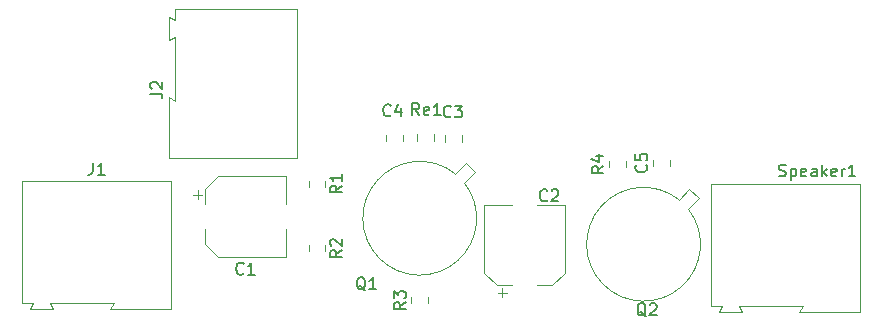
<source format=gbr>
G04 #@! TF.GenerationSoftware,KiCad,Pcbnew,(5.1.4)-1*
G04 #@! TF.CreationDate,2020-12-03T16:53:39+02:00*
G04 #@! TF.ProjectId,Single_transistor_AMP,53696e67-6c65-45f7-9472-616e73697374,V1.0*
G04 #@! TF.SameCoordinates,Original*
G04 #@! TF.FileFunction,Legend,Top*
G04 #@! TF.FilePolarity,Positive*
%FSLAX46Y46*%
G04 Gerber Fmt 4.6, Leading zero omitted, Abs format (unit mm)*
G04 Created by KiCad (PCBNEW (5.1.4)-1) date 2020-12-03 16:53:39*
%MOMM*%
%LPD*%
G04 APERTURE LIST*
%ADD10C,0.120000*%
%ADD11C,0.150000*%
%ADD12C,0.100000*%
%ADD13C,1.077000*%
%ADD14O,2.082000X4.062000*%
%ADD15R,2.082000X4.062000*%
%ADD16O,4.062000X2.082000*%
%ADD17R,4.062000X2.082000*%
%ADD18O,1.302000X1.302000*%
%ADD19O,1.302000X1.702000*%
%ADD20C,1.702000*%
G04 APERTURE END LIST*
D10*
X180740000Y-114203922D02*
X180740000Y-114721078D01*
X182160000Y-114203922D02*
X182160000Y-114721078D01*
X168900000Y-112250000D02*
X179750000Y-112250000D01*
X168900000Y-107150000D02*
X168900000Y-112250000D01*
X169400000Y-107450000D02*
X168900000Y-107150000D01*
X169400000Y-102050000D02*
X169400000Y-107450000D01*
X168900000Y-102300000D02*
X169400000Y-102050000D01*
X168900000Y-102250000D02*
X168900000Y-102300000D01*
X168900000Y-100350000D02*
X168900000Y-102250000D01*
X169400000Y-100600000D02*
X168900000Y-100350000D01*
X169400000Y-99650000D02*
X169400000Y-100600000D01*
X179750000Y-99650000D02*
X169400000Y-99650000D01*
X179750000Y-112250000D02*
X179750000Y-99650000D01*
X227400000Y-125300000D02*
X227400000Y-114450000D01*
X222300000Y-125300000D02*
X227400000Y-125300000D01*
X222600000Y-124800000D02*
X222300000Y-125300000D01*
X217200000Y-124800000D02*
X222600000Y-124800000D01*
X217450000Y-125300000D02*
X217200000Y-124800000D01*
X217400000Y-125300000D02*
X217450000Y-125300000D01*
X215500000Y-125300000D02*
X217400000Y-125300000D01*
X215750000Y-124800000D02*
X215500000Y-125300000D01*
X214800000Y-124800000D02*
X215750000Y-124800000D01*
X214800000Y-114450000D02*
X214800000Y-124800000D01*
X227400000Y-114450000D02*
X214800000Y-114450000D01*
X169050000Y-125050000D02*
X169050000Y-114200000D01*
X163950000Y-125050000D02*
X169050000Y-125050000D01*
X164250000Y-124550000D02*
X163950000Y-125050000D01*
X158850000Y-124550000D02*
X164250000Y-124550000D01*
X159100000Y-125050000D02*
X158850000Y-124550000D01*
X159050000Y-125050000D02*
X159100000Y-125050000D01*
X157150000Y-125050000D02*
X159050000Y-125050000D01*
X157400000Y-124550000D02*
X157150000Y-125050000D01*
X156450000Y-124550000D02*
X157400000Y-124550000D01*
X156450000Y-114200000D02*
X156450000Y-124550000D01*
X169050000Y-114200000D02*
X156450000Y-114200000D01*
X191360000Y-110808578D02*
X191360000Y-110291422D01*
X189940000Y-110808578D02*
X189940000Y-110291422D01*
X207610000Y-113058578D02*
X207610000Y-112541422D01*
X206190000Y-113058578D02*
X206190000Y-112541422D01*
X190860000Y-124596078D02*
X190860000Y-124078922D01*
X189440000Y-124596078D02*
X189440000Y-124078922D01*
X180740000Y-119678922D02*
X180740000Y-120196078D01*
X182160000Y-119678922D02*
X182160000Y-120196078D01*
X212097371Y-115815326D02*
G75*
G03X212874902Y-116592916I-2997371J-3774674D01*
G01*
X212988039Y-114924144D02*
X212097084Y-115815098D01*
X213765856Y-115701961D02*
X212988039Y-114924144D01*
X212874902Y-116592916D02*
X213765856Y-115701961D01*
X193147371Y-113615326D02*
G75*
G03X193924902Y-114392916I-2997371J-3774674D01*
G01*
X194038039Y-112724144D02*
X193147084Y-113615098D01*
X194815856Y-113501961D02*
X194038039Y-112724144D01*
X193924902Y-114392916D02*
X194815856Y-113501961D01*
X211310000Y-112971078D02*
X211310000Y-112453922D01*
X209890000Y-112971078D02*
X209890000Y-112453922D01*
X188710000Y-110821078D02*
X188710000Y-110303922D01*
X187290000Y-110821078D02*
X187290000Y-110303922D01*
X193710000Y-110896078D02*
X193710000Y-110378922D01*
X192290000Y-110896078D02*
X192290000Y-110378922D01*
X196758750Y-123693750D02*
X197546250Y-123693750D01*
X197152500Y-124087500D02*
X197152500Y-123300000D01*
X201345563Y-123060000D02*
X202410000Y-121995563D01*
X196654437Y-123060000D02*
X195590000Y-121995563D01*
X196654437Y-123060000D02*
X197940000Y-123060000D01*
X201345563Y-123060000D02*
X200060000Y-123060000D01*
X202410000Y-121995563D02*
X202410000Y-116240000D01*
X195590000Y-121995563D02*
X195590000Y-116240000D01*
X195590000Y-116240000D02*
X197940000Y-116240000D01*
X202410000Y-116240000D02*
X200060000Y-116240000D01*
X171356250Y-115008750D02*
X171356250Y-115796250D01*
X170962500Y-115402500D02*
X171750000Y-115402500D01*
X171990000Y-119595563D02*
X173054437Y-120660000D01*
X171990000Y-114904437D02*
X173054437Y-113840000D01*
X171990000Y-114904437D02*
X171990000Y-116190000D01*
X171990000Y-119595563D02*
X171990000Y-118310000D01*
X173054437Y-120660000D02*
X178810000Y-120660000D01*
X173054437Y-113840000D02*
X178810000Y-113840000D01*
X178810000Y-113840000D02*
X178810000Y-116190000D01*
X178810000Y-120660000D02*
X178810000Y-118310000D01*
D11*
X183552380Y-114629166D02*
X183076190Y-114962500D01*
X183552380Y-115200595D02*
X182552380Y-115200595D01*
X182552380Y-114819642D01*
X182600000Y-114724404D01*
X182647619Y-114676785D01*
X182742857Y-114629166D01*
X182885714Y-114629166D01*
X182980952Y-114676785D01*
X183028571Y-114724404D01*
X183076190Y-114819642D01*
X183076190Y-115200595D01*
X183552380Y-113676785D02*
X183552380Y-114248214D01*
X183552380Y-113962500D02*
X182552380Y-113962500D01*
X182695238Y-114057738D01*
X182790476Y-114152976D01*
X182838095Y-114248214D01*
X167352380Y-106833333D02*
X168066666Y-106833333D01*
X168209523Y-106880952D01*
X168304761Y-106976190D01*
X168352380Y-107119047D01*
X168352380Y-107214285D01*
X167447619Y-106404761D02*
X167400000Y-106357142D01*
X167352380Y-106261904D01*
X167352380Y-106023809D01*
X167400000Y-105928571D01*
X167447619Y-105880952D01*
X167542857Y-105833333D01*
X167638095Y-105833333D01*
X167780952Y-105880952D01*
X168352380Y-106452380D01*
X168352380Y-105833333D01*
X220561904Y-113804761D02*
X220704761Y-113852380D01*
X220942857Y-113852380D01*
X221038095Y-113804761D01*
X221085714Y-113757142D01*
X221133333Y-113661904D01*
X221133333Y-113566666D01*
X221085714Y-113471428D01*
X221038095Y-113423809D01*
X220942857Y-113376190D01*
X220752380Y-113328571D01*
X220657142Y-113280952D01*
X220609523Y-113233333D01*
X220561904Y-113138095D01*
X220561904Y-113042857D01*
X220609523Y-112947619D01*
X220657142Y-112900000D01*
X220752380Y-112852380D01*
X220990476Y-112852380D01*
X221133333Y-112900000D01*
X221561904Y-113185714D02*
X221561904Y-114185714D01*
X221561904Y-113233333D02*
X221657142Y-113185714D01*
X221847619Y-113185714D01*
X221942857Y-113233333D01*
X221990476Y-113280952D01*
X222038095Y-113376190D01*
X222038095Y-113661904D01*
X221990476Y-113757142D01*
X221942857Y-113804761D01*
X221847619Y-113852380D01*
X221657142Y-113852380D01*
X221561904Y-113804761D01*
X222847619Y-113804761D02*
X222752380Y-113852380D01*
X222561904Y-113852380D01*
X222466666Y-113804761D01*
X222419047Y-113709523D01*
X222419047Y-113328571D01*
X222466666Y-113233333D01*
X222561904Y-113185714D01*
X222752380Y-113185714D01*
X222847619Y-113233333D01*
X222895238Y-113328571D01*
X222895238Y-113423809D01*
X222419047Y-113519047D01*
X223752380Y-113852380D02*
X223752380Y-113328571D01*
X223704761Y-113233333D01*
X223609523Y-113185714D01*
X223419047Y-113185714D01*
X223323809Y-113233333D01*
X223752380Y-113804761D02*
X223657142Y-113852380D01*
X223419047Y-113852380D01*
X223323809Y-113804761D01*
X223276190Y-113709523D01*
X223276190Y-113614285D01*
X223323809Y-113519047D01*
X223419047Y-113471428D01*
X223657142Y-113471428D01*
X223752380Y-113423809D01*
X224228571Y-113852380D02*
X224228571Y-112852380D01*
X224323809Y-113471428D02*
X224609523Y-113852380D01*
X224609523Y-113185714D02*
X224228571Y-113566666D01*
X225419047Y-113804761D02*
X225323809Y-113852380D01*
X225133333Y-113852380D01*
X225038095Y-113804761D01*
X224990476Y-113709523D01*
X224990476Y-113328571D01*
X225038095Y-113233333D01*
X225133333Y-113185714D01*
X225323809Y-113185714D01*
X225419047Y-113233333D01*
X225466666Y-113328571D01*
X225466666Y-113423809D01*
X224990476Y-113519047D01*
X225895238Y-113852380D02*
X225895238Y-113185714D01*
X225895238Y-113376190D02*
X225942857Y-113280952D01*
X225990476Y-113233333D01*
X226085714Y-113185714D01*
X226180952Y-113185714D01*
X227038095Y-113852380D02*
X226466666Y-113852380D01*
X226752380Y-113852380D02*
X226752380Y-112852380D01*
X226657142Y-112995238D01*
X226561904Y-113090476D01*
X226466666Y-113138095D01*
X162466666Y-112702380D02*
X162466666Y-113416666D01*
X162419047Y-113559523D01*
X162323809Y-113654761D01*
X162180952Y-113702380D01*
X162085714Y-113702380D01*
X163466666Y-113702380D02*
X162895238Y-113702380D01*
X163180952Y-113702380D02*
X163180952Y-112702380D01*
X163085714Y-112845238D01*
X162990476Y-112940476D01*
X162895238Y-112988095D01*
X190104761Y-108652380D02*
X189771428Y-108176190D01*
X189533333Y-108652380D02*
X189533333Y-107652380D01*
X189914285Y-107652380D01*
X190009523Y-107700000D01*
X190057142Y-107747619D01*
X190104761Y-107842857D01*
X190104761Y-107985714D01*
X190057142Y-108080952D01*
X190009523Y-108128571D01*
X189914285Y-108176190D01*
X189533333Y-108176190D01*
X190914285Y-108604761D02*
X190819047Y-108652380D01*
X190628571Y-108652380D01*
X190533333Y-108604761D01*
X190485714Y-108509523D01*
X190485714Y-108128571D01*
X190533333Y-108033333D01*
X190628571Y-107985714D01*
X190819047Y-107985714D01*
X190914285Y-108033333D01*
X190961904Y-108128571D01*
X190961904Y-108223809D01*
X190485714Y-108319047D01*
X191914285Y-108652380D02*
X191342857Y-108652380D01*
X191628571Y-108652380D02*
X191628571Y-107652380D01*
X191533333Y-107795238D01*
X191438095Y-107890476D01*
X191342857Y-107938095D01*
X205702380Y-112966666D02*
X205226190Y-113300000D01*
X205702380Y-113538095D02*
X204702380Y-113538095D01*
X204702380Y-113157142D01*
X204750000Y-113061904D01*
X204797619Y-113014285D01*
X204892857Y-112966666D01*
X205035714Y-112966666D01*
X205130952Y-113014285D01*
X205178571Y-113061904D01*
X205226190Y-113157142D01*
X205226190Y-113538095D01*
X205035714Y-112109523D02*
X205702380Y-112109523D01*
X204654761Y-112347619D02*
X205369047Y-112585714D01*
X205369047Y-111966666D01*
X188952380Y-124504166D02*
X188476190Y-124837500D01*
X188952380Y-125075595D02*
X187952380Y-125075595D01*
X187952380Y-124694642D01*
X188000000Y-124599404D01*
X188047619Y-124551785D01*
X188142857Y-124504166D01*
X188285714Y-124504166D01*
X188380952Y-124551785D01*
X188428571Y-124599404D01*
X188476190Y-124694642D01*
X188476190Y-125075595D01*
X187952380Y-124170833D02*
X187952380Y-123551785D01*
X188333333Y-123885119D01*
X188333333Y-123742261D01*
X188380952Y-123647023D01*
X188428571Y-123599404D01*
X188523809Y-123551785D01*
X188761904Y-123551785D01*
X188857142Y-123599404D01*
X188904761Y-123647023D01*
X188952380Y-123742261D01*
X188952380Y-124027976D01*
X188904761Y-124123214D01*
X188857142Y-124170833D01*
X183552380Y-120104166D02*
X183076190Y-120437500D01*
X183552380Y-120675595D02*
X182552380Y-120675595D01*
X182552380Y-120294642D01*
X182600000Y-120199404D01*
X182647619Y-120151785D01*
X182742857Y-120104166D01*
X182885714Y-120104166D01*
X182980952Y-120151785D01*
X183028571Y-120199404D01*
X183076190Y-120294642D01*
X183076190Y-120675595D01*
X182647619Y-119723214D02*
X182600000Y-119675595D01*
X182552380Y-119580357D01*
X182552380Y-119342261D01*
X182600000Y-119247023D01*
X182647619Y-119199404D01*
X182742857Y-119151785D01*
X182838095Y-119151785D01*
X182980952Y-119199404D01*
X183552380Y-119770833D01*
X183552380Y-119151785D01*
X209304761Y-125697619D02*
X209209523Y-125650000D01*
X209114285Y-125554761D01*
X208971428Y-125411904D01*
X208876190Y-125364285D01*
X208780952Y-125364285D01*
X208828571Y-125602380D02*
X208733333Y-125554761D01*
X208638095Y-125459523D01*
X208590476Y-125269047D01*
X208590476Y-124935714D01*
X208638095Y-124745238D01*
X208733333Y-124650000D01*
X208828571Y-124602380D01*
X209019047Y-124602380D01*
X209114285Y-124650000D01*
X209209523Y-124745238D01*
X209257142Y-124935714D01*
X209257142Y-125269047D01*
X209209523Y-125459523D01*
X209114285Y-125554761D01*
X209019047Y-125602380D01*
X208828571Y-125602380D01*
X209638095Y-124697619D02*
X209685714Y-124650000D01*
X209780952Y-124602380D01*
X210019047Y-124602380D01*
X210114285Y-124650000D01*
X210161904Y-124697619D01*
X210209523Y-124792857D01*
X210209523Y-124888095D01*
X210161904Y-125030952D01*
X209590476Y-125602380D01*
X210209523Y-125602380D01*
X185554761Y-123497619D02*
X185459523Y-123450000D01*
X185364285Y-123354761D01*
X185221428Y-123211904D01*
X185126190Y-123164285D01*
X185030952Y-123164285D01*
X185078571Y-123402380D02*
X184983333Y-123354761D01*
X184888095Y-123259523D01*
X184840476Y-123069047D01*
X184840476Y-122735714D01*
X184888095Y-122545238D01*
X184983333Y-122450000D01*
X185078571Y-122402380D01*
X185269047Y-122402380D01*
X185364285Y-122450000D01*
X185459523Y-122545238D01*
X185507142Y-122735714D01*
X185507142Y-123069047D01*
X185459523Y-123259523D01*
X185364285Y-123354761D01*
X185269047Y-123402380D01*
X185078571Y-123402380D01*
X186459523Y-123402380D02*
X185888095Y-123402380D01*
X186173809Y-123402380D02*
X186173809Y-122402380D01*
X186078571Y-122545238D01*
X185983333Y-122640476D01*
X185888095Y-122688095D01*
X209307142Y-112879166D02*
X209354761Y-112926785D01*
X209402380Y-113069642D01*
X209402380Y-113164880D01*
X209354761Y-113307738D01*
X209259523Y-113402976D01*
X209164285Y-113450595D01*
X208973809Y-113498214D01*
X208830952Y-113498214D01*
X208640476Y-113450595D01*
X208545238Y-113402976D01*
X208450000Y-113307738D01*
X208402380Y-113164880D01*
X208402380Y-113069642D01*
X208450000Y-112926785D01*
X208497619Y-112879166D01*
X208402380Y-111974404D02*
X208402380Y-112450595D01*
X208878571Y-112498214D01*
X208830952Y-112450595D01*
X208783333Y-112355357D01*
X208783333Y-112117261D01*
X208830952Y-112022023D01*
X208878571Y-111974404D01*
X208973809Y-111926785D01*
X209211904Y-111926785D01*
X209307142Y-111974404D01*
X209354761Y-112022023D01*
X209402380Y-112117261D01*
X209402380Y-112355357D01*
X209354761Y-112450595D01*
X209307142Y-112498214D01*
X187683333Y-108657142D02*
X187635714Y-108704761D01*
X187492857Y-108752380D01*
X187397619Y-108752380D01*
X187254761Y-108704761D01*
X187159523Y-108609523D01*
X187111904Y-108514285D01*
X187064285Y-108323809D01*
X187064285Y-108180952D01*
X187111904Y-107990476D01*
X187159523Y-107895238D01*
X187254761Y-107800000D01*
X187397619Y-107752380D01*
X187492857Y-107752380D01*
X187635714Y-107800000D01*
X187683333Y-107847619D01*
X188540476Y-108085714D02*
X188540476Y-108752380D01*
X188302380Y-107704761D02*
X188064285Y-108419047D01*
X188683333Y-108419047D01*
X192783333Y-108757142D02*
X192735714Y-108804761D01*
X192592857Y-108852380D01*
X192497619Y-108852380D01*
X192354761Y-108804761D01*
X192259523Y-108709523D01*
X192211904Y-108614285D01*
X192164285Y-108423809D01*
X192164285Y-108280952D01*
X192211904Y-108090476D01*
X192259523Y-107995238D01*
X192354761Y-107900000D01*
X192497619Y-107852380D01*
X192592857Y-107852380D01*
X192735714Y-107900000D01*
X192783333Y-107947619D01*
X193116666Y-107852380D02*
X193735714Y-107852380D01*
X193402380Y-108233333D01*
X193545238Y-108233333D01*
X193640476Y-108280952D01*
X193688095Y-108328571D01*
X193735714Y-108423809D01*
X193735714Y-108661904D01*
X193688095Y-108757142D01*
X193640476Y-108804761D01*
X193545238Y-108852380D01*
X193259523Y-108852380D01*
X193164285Y-108804761D01*
X193116666Y-108757142D01*
X200933333Y-115857142D02*
X200885714Y-115904761D01*
X200742857Y-115952380D01*
X200647619Y-115952380D01*
X200504761Y-115904761D01*
X200409523Y-115809523D01*
X200361904Y-115714285D01*
X200314285Y-115523809D01*
X200314285Y-115380952D01*
X200361904Y-115190476D01*
X200409523Y-115095238D01*
X200504761Y-115000000D01*
X200647619Y-114952380D01*
X200742857Y-114952380D01*
X200885714Y-115000000D01*
X200933333Y-115047619D01*
X201314285Y-115047619D02*
X201361904Y-115000000D01*
X201457142Y-114952380D01*
X201695238Y-114952380D01*
X201790476Y-115000000D01*
X201838095Y-115047619D01*
X201885714Y-115142857D01*
X201885714Y-115238095D01*
X201838095Y-115380952D01*
X201266666Y-115952380D01*
X201885714Y-115952380D01*
X175233333Y-122057142D02*
X175185714Y-122104761D01*
X175042857Y-122152380D01*
X174947619Y-122152380D01*
X174804761Y-122104761D01*
X174709523Y-122009523D01*
X174661904Y-121914285D01*
X174614285Y-121723809D01*
X174614285Y-121580952D01*
X174661904Y-121390476D01*
X174709523Y-121295238D01*
X174804761Y-121200000D01*
X174947619Y-121152380D01*
X175042857Y-121152380D01*
X175185714Y-121200000D01*
X175233333Y-121247619D01*
X176185714Y-122152380D02*
X175614285Y-122152380D01*
X175900000Y-122152380D02*
X175900000Y-121152380D01*
X175804761Y-121295238D01*
X175709523Y-121390476D01*
X175614285Y-121438095D01*
%LPC*%
D12*
G36*
X181958141Y-114862797D02*
G01*
X181984278Y-114866674D01*
X182009909Y-114873094D01*
X182034788Y-114881995D01*
X182058674Y-114893293D01*
X182081337Y-114906877D01*
X182102560Y-114922617D01*
X182122139Y-114940361D01*
X182139883Y-114959940D01*
X182155623Y-114981163D01*
X182169207Y-115003826D01*
X182180505Y-115027712D01*
X182189406Y-115052591D01*
X182195826Y-115078222D01*
X182199703Y-115104359D01*
X182201000Y-115130750D01*
X182201000Y-115669250D01*
X182199703Y-115695641D01*
X182195826Y-115721778D01*
X182189406Y-115747409D01*
X182180505Y-115772288D01*
X182169207Y-115796174D01*
X182155623Y-115818837D01*
X182139883Y-115840060D01*
X182122139Y-115859639D01*
X182102560Y-115877383D01*
X182081337Y-115893123D01*
X182058674Y-115906707D01*
X182034788Y-115918005D01*
X182009909Y-115926906D01*
X181984278Y-115933326D01*
X181958141Y-115937203D01*
X181931750Y-115938500D01*
X180968250Y-115938500D01*
X180941859Y-115937203D01*
X180915722Y-115933326D01*
X180890091Y-115926906D01*
X180865212Y-115918005D01*
X180841326Y-115906707D01*
X180818663Y-115893123D01*
X180797440Y-115877383D01*
X180777861Y-115859639D01*
X180760117Y-115840060D01*
X180744377Y-115818837D01*
X180730793Y-115796174D01*
X180719495Y-115772288D01*
X180710594Y-115747409D01*
X180704174Y-115721778D01*
X180700297Y-115695641D01*
X180699000Y-115669250D01*
X180699000Y-115130750D01*
X180700297Y-115104359D01*
X180704174Y-115078222D01*
X180710594Y-115052591D01*
X180719495Y-115027712D01*
X180730793Y-115003826D01*
X180744377Y-114981163D01*
X180760117Y-114959940D01*
X180777861Y-114940361D01*
X180797440Y-114922617D01*
X180818663Y-114906877D01*
X180841326Y-114893293D01*
X180865212Y-114881995D01*
X180890091Y-114873094D01*
X180915722Y-114866674D01*
X180941859Y-114862797D01*
X180968250Y-114861500D01*
X181931750Y-114861500D01*
X181958141Y-114862797D01*
X181958141Y-114862797D01*
G37*
D13*
X181450000Y-115400000D03*
D12*
G36*
X181958141Y-112987797D02*
G01*
X181984278Y-112991674D01*
X182009909Y-112998094D01*
X182034788Y-113006995D01*
X182058674Y-113018293D01*
X182081337Y-113031877D01*
X182102560Y-113047617D01*
X182122139Y-113065361D01*
X182139883Y-113084940D01*
X182155623Y-113106163D01*
X182169207Y-113128826D01*
X182180505Y-113152712D01*
X182189406Y-113177591D01*
X182195826Y-113203222D01*
X182199703Y-113229359D01*
X182201000Y-113255750D01*
X182201000Y-113794250D01*
X182199703Y-113820641D01*
X182195826Y-113846778D01*
X182189406Y-113872409D01*
X182180505Y-113897288D01*
X182169207Y-113921174D01*
X182155623Y-113943837D01*
X182139883Y-113965060D01*
X182122139Y-113984639D01*
X182102560Y-114002383D01*
X182081337Y-114018123D01*
X182058674Y-114031707D01*
X182034788Y-114043005D01*
X182009909Y-114051906D01*
X181984278Y-114058326D01*
X181958141Y-114062203D01*
X181931750Y-114063500D01*
X180968250Y-114063500D01*
X180941859Y-114062203D01*
X180915722Y-114058326D01*
X180890091Y-114051906D01*
X180865212Y-114043005D01*
X180841326Y-114031707D01*
X180818663Y-114018123D01*
X180797440Y-114002383D01*
X180777861Y-113984639D01*
X180760117Y-113965060D01*
X180744377Y-113943837D01*
X180730793Y-113921174D01*
X180719495Y-113897288D01*
X180710594Y-113872409D01*
X180704174Y-113846778D01*
X180700297Y-113820641D01*
X180699000Y-113794250D01*
X180699000Y-113255750D01*
X180700297Y-113229359D01*
X180704174Y-113203222D01*
X180710594Y-113177591D01*
X180719495Y-113152712D01*
X180730793Y-113128826D01*
X180744377Y-113106163D01*
X180760117Y-113084940D01*
X180777861Y-113065361D01*
X180797440Y-113047617D01*
X180818663Y-113031877D01*
X180841326Y-113018293D01*
X180865212Y-113006995D01*
X180890091Y-112998094D01*
X180915722Y-112991674D01*
X180941859Y-112987797D01*
X180968250Y-112986500D01*
X181931750Y-112986500D01*
X181958141Y-112987797D01*
X181958141Y-112987797D01*
G37*
D13*
X181450000Y-113525000D03*
D14*
X172100000Y-105950000D03*
D15*
X177100000Y-105950000D03*
D16*
X221100000Y-122100000D03*
D17*
X221100000Y-117100000D03*
D16*
X162750000Y-121850000D03*
D17*
X162750000Y-116850000D03*
D12*
G36*
X191158141Y-109075297D02*
G01*
X191184278Y-109079174D01*
X191209909Y-109085594D01*
X191234788Y-109094495D01*
X191258674Y-109105793D01*
X191281337Y-109119377D01*
X191302560Y-109135117D01*
X191322139Y-109152861D01*
X191339883Y-109172440D01*
X191355623Y-109193663D01*
X191369207Y-109216326D01*
X191380505Y-109240212D01*
X191389406Y-109265091D01*
X191395826Y-109290722D01*
X191399703Y-109316859D01*
X191401000Y-109343250D01*
X191401000Y-109881750D01*
X191399703Y-109908141D01*
X191395826Y-109934278D01*
X191389406Y-109959909D01*
X191380505Y-109984788D01*
X191369207Y-110008674D01*
X191355623Y-110031337D01*
X191339883Y-110052560D01*
X191322139Y-110072139D01*
X191302560Y-110089883D01*
X191281337Y-110105623D01*
X191258674Y-110119207D01*
X191234788Y-110130505D01*
X191209909Y-110139406D01*
X191184278Y-110145826D01*
X191158141Y-110149703D01*
X191131750Y-110151000D01*
X190168250Y-110151000D01*
X190141859Y-110149703D01*
X190115722Y-110145826D01*
X190090091Y-110139406D01*
X190065212Y-110130505D01*
X190041326Y-110119207D01*
X190018663Y-110105623D01*
X189997440Y-110089883D01*
X189977861Y-110072139D01*
X189960117Y-110052560D01*
X189944377Y-110031337D01*
X189930793Y-110008674D01*
X189919495Y-109984788D01*
X189910594Y-109959909D01*
X189904174Y-109934278D01*
X189900297Y-109908141D01*
X189899000Y-109881750D01*
X189899000Y-109343250D01*
X189900297Y-109316859D01*
X189904174Y-109290722D01*
X189910594Y-109265091D01*
X189919495Y-109240212D01*
X189930793Y-109216326D01*
X189944377Y-109193663D01*
X189960117Y-109172440D01*
X189977861Y-109152861D01*
X189997440Y-109135117D01*
X190018663Y-109119377D01*
X190041326Y-109105793D01*
X190065212Y-109094495D01*
X190090091Y-109085594D01*
X190115722Y-109079174D01*
X190141859Y-109075297D01*
X190168250Y-109074000D01*
X191131750Y-109074000D01*
X191158141Y-109075297D01*
X191158141Y-109075297D01*
G37*
D13*
X190650000Y-109612500D03*
D12*
G36*
X191158141Y-110950297D02*
G01*
X191184278Y-110954174D01*
X191209909Y-110960594D01*
X191234788Y-110969495D01*
X191258674Y-110980793D01*
X191281337Y-110994377D01*
X191302560Y-111010117D01*
X191322139Y-111027861D01*
X191339883Y-111047440D01*
X191355623Y-111068663D01*
X191369207Y-111091326D01*
X191380505Y-111115212D01*
X191389406Y-111140091D01*
X191395826Y-111165722D01*
X191399703Y-111191859D01*
X191401000Y-111218250D01*
X191401000Y-111756750D01*
X191399703Y-111783141D01*
X191395826Y-111809278D01*
X191389406Y-111834909D01*
X191380505Y-111859788D01*
X191369207Y-111883674D01*
X191355623Y-111906337D01*
X191339883Y-111927560D01*
X191322139Y-111947139D01*
X191302560Y-111964883D01*
X191281337Y-111980623D01*
X191258674Y-111994207D01*
X191234788Y-112005505D01*
X191209909Y-112014406D01*
X191184278Y-112020826D01*
X191158141Y-112024703D01*
X191131750Y-112026000D01*
X190168250Y-112026000D01*
X190141859Y-112024703D01*
X190115722Y-112020826D01*
X190090091Y-112014406D01*
X190065212Y-112005505D01*
X190041326Y-111994207D01*
X190018663Y-111980623D01*
X189997440Y-111964883D01*
X189977861Y-111947139D01*
X189960117Y-111927560D01*
X189944377Y-111906337D01*
X189930793Y-111883674D01*
X189919495Y-111859788D01*
X189910594Y-111834909D01*
X189904174Y-111809278D01*
X189900297Y-111783141D01*
X189899000Y-111756750D01*
X189899000Y-111218250D01*
X189900297Y-111191859D01*
X189904174Y-111165722D01*
X189910594Y-111140091D01*
X189919495Y-111115212D01*
X189930793Y-111091326D01*
X189944377Y-111068663D01*
X189960117Y-111047440D01*
X189977861Y-111027861D01*
X189997440Y-111010117D01*
X190018663Y-110994377D01*
X190041326Y-110980793D01*
X190065212Y-110969495D01*
X190090091Y-110960594D01*
X190115722Y-110954174D01*
X190141859Y-110950297D01*
X190168250Y-110949000D01*
X191131750Y-110949000D01*
X191158141Y-110950297D01*
X191158141Y-110950297D01*
G37*
D13*
X190650000Y-111487500D03*
D12*
G36*
X207408141Y-111325297D02*
G01*
X207434278Y-111329174D01*
X207459909Y-111335594D01*
X207484788Y-111344495D01*
X207508674Y-111355793D01*
X207531337Y-111369377D01*
X207552560Y-111385117D01*
X207572139Y-111402861D01*
X207589883Y-111422440D01*
X207605623Y-111443663D01*
X207619207Y-111466326D01*
X207630505Y-111490212D01*
X207639406Y-111515091D01*
X207645826Y-111540722D01*
X207649703Y-111566859D01*
X207651000Y-111593250D01*
X207651000Y-112131750D01*
X207649703Y-112158141D01*
X207645826Y-112184278D01*
X207639406Y-112209909D01*
X207630505Y-112234788D01*
X207619207Y-112258674D01*
X207605623Y-112281337D01*
X207589883Y-112302560D01*
X207572139Y-112322139D01*
X207552560Y-112339883D01*
X207531337Y-112355623D01*
X207508674Y-112369207D01*
X207484788Y-112380505D01*
X207459909Y-112389406D01*
X207434278Y-112395826D01*
X207408141Y-112399703D01*
X207381750Y-112401000D01*
X206418250Y-112401000D01*
X206391859Y-112399703D01*
X206365722Y-112395826D01*
X206340091Y-112389406D01*
X206315212Y-112380505D01*
X206291326Y-112369207D01*
X206268663Y-112355623D01*
X206247440Y-112339883D01*
X206227861Y-112322139D01*
X206210117Y-112302560D01*
X206194377Y-112281337D01*
X206180793Y-112258674D01*
X206169495Y-112234788D01*
X206160594Y-112209909D01*
X206154174Y-112184278D01*
X206150297Y-112158141D01*
X206149000Y-112131750D01*
X206149000Y-111593250D01*
X206150297Y-111566859D01*
X206154174Y-111540722D01*
X206160594Y-111515091D01*
X206169495Y-111490212D01*
X206180793Y-111466326D01*
X206194377Y-111443663D01*
X206210117Y-111422440D01*
X206227861Y-111402861D01*
X206247440Y-111385117D01*
X206268663Y-111369377D01*
X206291326Y-111355793D01*
X206315212Y-111344495D01*
X206340091Y-111335594D01*
X206365722Y-111329174D01*
X206391859Y-111325297D01*
X206418250Y-111324000D01*
X207381750Y-111324000D01*
X207408141Y-111325297D01*
X207408141Y-111325297D01*
G37*
D13*
X206900000Y-111862500D03*
D12*
G36*
X207408141Y-113200297D02*
G01*
X207434278Y-113204174D01*
X207459909Y-113210594D01*
X207484788Y-113219495D01*
X207508674Y-113230793D01*
X207531337Y-113244377D01*
X207552560Y-113260117D01*
X207572139Y-113277861D01*
X207589883Y-113297440D01*
X207605623Y-113318663D01*
X207619207Y-113341326D01*
X207630505Y-113365212D01*
X207639406Y-113390091D01*
X207645826Y-113415722D01*
X207649703Y-113441859D01*
X207651000Y-113468250D01*
X207651000Y-114006750D01*
X207649703Y-114033141D01*
X207645826Y-114059278D01*
X207639406Y-114084909D01*
X207630505Y-114109788D01*
X207619207Y-114133674D01*
X207605623Y-114156337D01*
X207589883Y-114177560D01*
X207572139Y-114197139D01*
X207552560Y-114214883D01*
X207531337Y-114230623D01*
X207508674Y-114244207D01*
X207484788Y-114255505D01*
X207459909Y-114264406D01*
X207434278Y-114270826D01*
X207408141Y-114274703D01*
X207381750Y-114276000D01*
X206418250Y-114276000D01*
X206391859Y-114274703D01*
X206365722Y-114270826D01*
X206340091Y-114264406D01*
X206315212Y-114255505D01*
X206291326Y-114244207D01*
X206268663Y-114230623D01*
X206247440Y-114214883D01*
X206227861Y-114197139D01*
X206210117Y-114177560D01*
X206194377Y-114156337D01*
X206180793Y-114133674D01*
X206169495Y-114109788D01*
X206160594Y-114084909D01*
X206154174Y-114059278D01*
X206150297Y-114033141D01*
X206149000Y-114006750D01*
X206149000Y-113468250D01*
X206150297Y-113441859D01*
X206154174Y-113415722D01*
X206160594Y-113390091D01*
X206169495Y-113365212D01*
X206180793Y-113341326D01*
X206194377Y-113318663D01*
X206210117Y-113297440D01*
X206227861Y-113277861D01*
X206247440Y-113260117D01*
X206268663Y-113244377D01*
X206291326Y-113230793D01*
X206315212Y-113219495D01*
X206340091Y-113210594D01*
X206365722Y-113204174D01*
X206391859Y-113200297D01*
X206418250Y-113199000D01*
X207381750Y-113199000D01*
X207408141Y-113200297D01*
X207408141Y-113200297D01*
G37*
D13*
X206900000Y-113737500D03*
D12*
G36*
X190658141Y-122862797D02*
G01*
X190684278Y-122866674D01*
X190709909Y-122873094D01*
X190734788Y-122881995D01*
X190758674Y-122893293D01*
X190781337Y-122906877D01*
X190802560Y-122922617D01*
X190822139Y-122940361D01*
X190839883Y-122959940D01*
X190855623Y-122981163D01*
X190869207Y-123003826D01*
X190880505Y-123027712D01*
X190889406Y-123052591D01*
X190895826Y-123078222D01*
X190899703Y-123104359D01*
X190901000Y-123130750D01*
X190901000Y-123669250D01*
X190899703Y-123695641D01*
X190895826Y-123721778D01*
X190889406Y-123747409D01*
X190880505Y-123772288D01*
X190869207Y-123796174D01*
X190855623Y-123818837D01*
X190839883Y-123840060D01*
X190822139Y-123859639D01*
X190802560Y-123877383D01*
X190781337Y-123893123D01*
X190758674Y-123906707D01*
X190734788Y-123918005D01*
X190709909Y-123926906D01*
X190684278Y-123933326D01*
X190658141Y-123937203D01*
X190631750Y-123938500D01*
X189668250Y-123938500D01*
X189641859Y-123937203D01*
X189615722Y-123933326D01*
X189590091Y-123926906D01*
X189565212Y-123918005D01*
X189541326Y-123906707D01*
X189518663Y-123893123D01*
X189497440Y-123877383D01*
X189477861Y-123859639D01*
X189460117Y-123840060D01*
X189444377Y-123818837D01*
X189430793Y-123796174D01*
X189419495Y-123772288D01*
X189410594Y-123747409D01*
X189404174Y-123721778D01*
X189400297Y-123695641D01*
X189399000Y-123669250D01*
X189399000Y-123130750D01*
X189400297Y-123104359D01*
X189404174Y-123078222D01*
X189410594Y-123052591D01*
X189419495Y-123027712D01*
X189430793Y-123003826D01*
X189444377Y-122981163D01*
X189460117Y-122959940D01*
X189477861Y-122940361D01*
X189497440Y-122922617D01*
X189518663Y-122906877D01*
X189541326Y-122893293D01*
X189565212Y-122881995D01*
X189590091Y-122873094D01*
X189615722Y-122866674D01*
X189641859Y-122862797D01*
X189668250Y-122861500D01*
X190631750Y-122861500D01*
X190658141Y-122862797D01*
X190658141Y-122862797D01*
G37*
D13*
X190150000Y-123400000D03*
D12*
G36*
X190658141Y-124737797D02*
G01*
X190684278Y-124741674D01*
X190709909Y-124748094D01*
X190734788Y-124756995D01*
X190758674Y-124768293D01*
X190781337Y-124781877D01*
X190802560Y-124797617D01*
X190822139Y-124815361D01*
X190839883Y-124834940D01*
X190855623Y-124856163D01*
X190869207Y-124878826D01*
X190880505Y-124902712D01*
X190889406Y-124927591D01*
X190895826Y-124953222D01*
X190899703Y-124979359D01*
X190901000Y-125005750D01*
X190901000Y-125544250D01*
X190899703Y-125570641D01*
X190895826Y-125596778D01*
X190889406Y-125622409D01*
X190880505Y-125647288D01*
X190869207Y-125671174D01*
X190855623Y-125693837D01*
X190839883Y-125715060D01*
X190822139Y-125734639D01*
X190802560Y-125752383D01*
X190781337Y-125768123D01*
X190758674Y-125781707D01*
X190734788Y-125793005D01*
X190709909Y-125801906D01*
X190684278Y-125808326D01*
X190658141Y-125812203D01*
X190631750Y-125813500D01*
X189668250Y-125813500D01*
X189641859Y-125812203D01*
X189615722Y-125808326D01*
X189590091Y-125801906D01*
X189565212Y-125793005D01*
X189541326Y-125781707D01*
X189518663Y-125768123D01*
X189497440Y-125752383D01*
X189477861Y-125734639D01*
X189460117Y-125715060D01*
X189444377Y-125693837D01*
X189430793Y-125671174D01*
X189419495Y-125647288D01*
X189410594Y-125622409D01*
X189404174Y-125596778D01*
X189400297Y-125570641D01*
X189399000Y-125544250D01*
X189399000Y-125005750D01*
X189400297Y-124979359D01*
X189404174Y-124953222D01*
X189410594Y-124927591D01*
X189419495Y-124902712D01*
X189430793Y-124878826D01*
X189444377Y-124856163D01*
X189460117Y-124834940D01*
X189477861Y-124815361D01*
X189497440Y-124797617D01*
X189518663Y-124781877D01*
X189541326Y-124768293D01*
X189565212Y-124756995D01*
X189590091Y-124748094D01*
X189615722Y-124741674D01*
X189641859Y-124737797D01*
X189668250Y-124736500D01*
X190631750Y-124736500D01*
X190658141Y-124737797D01*
X190658141Y-124737797D01*
G37*
D13*
X190150000Y-125275000D03*
D12*
G36*
X181958141Y-120337797D02*
G01*
X181984278Y-120341674D01*
X182009909Y-120348094D01*
X182034788Y-120356995D01*
X182058674Y-120368293D01*
X182081337Y-120381877D01*
X182102560Y-120397617D01*
X182122139Y-120415361D01*
X182139883Y-120434940D01*
X182155623Y-120456163D01*
X182169207Y-120478826D01*
X182180505Y-120502712D01*
X182189406Y-120527591D01*
X182195826Y-120553222D01*
X182199703Y-120579359D01*
X182201000Y-120605750D01*
X182201000Y-121144250D01*
X182199703Y-121170641D01*
X182195826Y-121196778D01*
X182189406Y-121222409D01*
X182180505Y-121247288D01*
X182169207Y-121271174D01*
X182155623Y-121293837D01*
X182139883Y-121315060D01*
X182122139Y-121334639D01*
X182102560Y-121352383D01*
X182081337Y-121368123D01*
X182058674Y-121381707D01*
X182034788Y-121393005D01*
X182009909Y-121401906D01*
X181984278Y-121408326D01*
X181958141Y-121412203D01*
X181931750Y-121413500D01*
X180968250Y-121413500D01*
X180941859Y-121412203D01*
X180915722Y-121408326D01*
X180890091Y-121401906D01*
X180865212Y-121393005D01*
X180841326Y-121381707D01*
X180818663Y-121368123D01*
X180797440Y-121352383D01*
X180777861Y-121334639D01*
X180760117Y-121315060D01*
X180744377Y-121293837D01*
X180730793Y-121271174D01*
X180719495Y-121247288D01*
X180710594Y-121222409D01*
X180704174Y-121196778D01*
X180700297Y-121170641D01*
X180699000Y-121144250D01*
X180699000Y-120605750D01*
X180700297Y-120579359D01*
X180704174Y-120553222D01*
X180710594Y-120527591D01*
X180719495Y-120502712D01*
X180730793Y-120478826D01*
X180744377Y-120456163D01*
X180760117Y-120434940D01*
X180777861Y-120415361D01*
X180797440Y-120397617D01*
X180818663Y-120381877D01*
X180841326Y-120368293D01*
X180865212Y-120356995D01*
X180890091Y-120348094D01*
X180915722Y-120341674D01*
X180941859Y-120337797D01*
X180968250Y-120336500D01*
X181931750Y-120336500D01*
X181958141Y-120337797D01*
X181958141Y-120337797D01*
G37*
D13*
X181450000Y-120875000D03*
D12*
G36*
X181958141Y-118462797D02*
G01*
X181984278Y-118466674D01*
X182009909Y-118473094D01*
X182034788Y-118481995D01*
X182058674Y-118493293D01*
X182081337Y-118506877D01*
X182102560Y-118522617D01*
X182122139Y-118540361D01*
X182139883Y-118559940D01*
X182155623Y-118581163D01*
X182169207Y-118603826D01*
X182180505Y-118627712D01*
X182189406Y-118652591D01*
X182195826Y-118678222D01*
X182199703Y-118704359D01*
X182201000Y-118730750D01*
X182201000Y-119269250D01*
X182199703Y-119295641D01*
X182195826Y-119321778D01*
X182189406Y-119347409D01*
X182180505Y-119372288D01*
X182169207Y-119396174D01*
X182155623Y-119418837D01*
X182139883Y-119440060D01*
X182122139Y-119459639D01*
X182102560Y-119477383D01*
X182081337Y-119493123D01*
X182058674Y-119506707D01*
X182034788Y-119518005D01*
X182009909Y-119526906D01*
X181984278Y-119533326D01*
X181958141Y-119537203D01*
X181931750Y-119538500D01*
X180968250Y-119538500D01*
X180941859Y-119537203D01*
X180915722Y-119533326D01*
X180890091Y-119526906D01*
X180865212Y-119518005D01*
X180841326Y-119506707D01*
X180818663Y-119493123D01*
X180797440Y-119477383D01*
X180777861Y-119459639D01*
X180760117Y-119440060D01*
X180744377Y-119418837D01*
X180730793Y-119396174D01*
X180719495Y-119372288D01*
X180710594Y-119347409D01*
X180704174Y-119321778D01*
X180700297Y-119295641D01*
X180699000Y-119269250D01*
X180699000Y-118730750D01*
X180700297Y-118704359D01*
X180704174Y-118678222D01*
X180710594Y-118652591D01*
X180719495Y-118627712D01*
X180730793Y-118603826D01*
X180744377Y-118581163D01*
X180760117Y-118559940D01*
X180777861Y-118540361D01*
X180797440Y-118522617D01*
X180818663Y-118506877D01*
X180841326Y-118493293D01*
X180865212Y-118481995D01*
X180890091Y-118473094D01*
X180915722Y-118466674D01*
X180941859Y-118462797D01*
X180968250Y-118461500D01*
X181931750Y-118461500D01*
X181958141Y-118462797D01*
X181958141Y-118462797D01*
G37*
D13*
X181450000Y-119000000D03*
D18*
X209100000Y-122130000D03*
X206560000Y-119590000D03*
D19*
X209100000Y-117050000D03*
D18*
X190150000Y-119930000D03*
X187610000Y-117390000D03*
D19*
X190150000Y-114850000D03*
D12*
G36*
X211108141Y-111237797D02*
G01*
X211134278Y-111241674D01*
X211159909Y-111248094D01*
X211184788Y-111256995D01*
X211208674Y-111268293D01*
X211231337Y-111281877D01*
X211252560Y-111297617D01*
X211272139Y-111315361D01*
X211289883Y-111334940D01*
X211305623Y-111356163D01*
X211319207Y-111378826D01*
X211330505Y-111402712D01*
X211339406Y-111427591D01*
X211345826Y-111453222D01*
X211349703Y-111479359D01*
X211351000Y-111505750D01*
X211351000Y-112044250D01*
X211349703Y-112070641D01*
X211345826Y-112096778D01*
X211339406Y-112122409D01*
X211330505Y-112147288D01*
X211319207Y-112171174D01*
X211305623Y-112193837D01*
X211289883Y-112215060D01*
X211272139Y-112234639D01*
X211252560Y-112252383D01*
X211231337Y-112268123D01*
X211208674Y-112281707D01*
X211184788Y-112293005D01*
X211159909Y-112301906D01*
X211134278Y-112308326D01*
X211108141Y-112312203D01*
X211081750Y-112313500D01*
X210118250Y-112313500D01*
X210091859Y-112312203D01*
X210065722Y-112308326D01*
X210040091Y-112301906D01*
X210015212Y-112293005D01*
X209991326Y-112281707D01*
X209968663Y-112268123D01*
X209947440Y-112252383D01*
X209927861Y-112234639D01*
X209910117Y-112215060D01*
X209894377Y-112193837D01*
X209880793Y-112171174D01*
X209869495Y-112147288D01*
X209860594Y-112122409D01*
X209854174Y-112096778D01*
X209850297Y-112070641D01*
X209849000Y-112044250D01*
X209849000Y-111505750D01*
X209850297Y-111479359D01*
X209854174Y-111453222D01*
X209860594Y-111427591D01*
X209869495Y-111402712D01*
X209880793Y-111378826D01*
X209894377Y-111356163D01*
X209910117Y-111334940D01*
X209927861Y-111315361D01*
X209947440Y-111297617D01*
X209968663Y-111281877D01*
X209991326Y-111268293D01*
X210015212Y-111256995D01*
X210040091Y-111248094D01*
X210065722Y-111241674D01*
X210091859Y-111237797D01*
X210118250Y-111236500D01*
X211081750Y-111236500D01*
X211108141Y-111237797D01*
X211108141Y-111237797D01*
G37*
D13*
X210600000Y-111775000D03*
D12*
G36*
X211108141Y-113112797D02*
G01*
X211134278Y-113116674D01*
X211159909Y-113123094D01*
X211184788Y-113131995D01*
X211208674Y-113143293D01*
X211231337Y-113156877D01*
X211252560Y-113172617D01*
X211272139Y-113190361D01*
X211289883Y-113209940D01*
X211305623Y-113231163D01*
X211319207Y-113253826D01*
X211330505Y-113277712D01*
X211339406Y-113302591D01*
X211345826Y-113328222D01*
X211349703Y-113354359D01*
X211351000Y-113380750D01*
X211351000Y-113919250D01*
X211349703Y-113945641D01*
X211345826Y-113971778D01*
X211339406Y-113997409D01*
X211330505Y-114022288D01*
X211319207Y-114046174D01*
X211305623Y-114068837D01*
X211289883Y-114090060D01*
X211272139Y-114109639D01*
X211252560Y-114127383D01*
X211231337Y-114143123D01*
X211208674Y-114156707D01*
X211184788Y-114168005D01*
X211159909Y-114176906D01*
X211134278Y-114183326D01*
X211108141Y-114187203D01*
X211081750Y-114188500D01*
X210118250Y-114188500D01*
X210091859Y-114187203D01*
X210065722Y-114183326D01*
X210040091Y-114176906D01*
X210015212Y-114168005D01*
X209991326Y-114156707D01*
X209968663Y-114143123D01*
X209947440Y-114127383D01*
X209927861Y-114109639D01*
X209910117Y-114090060D01*
X209894377Y-114068837D01*
X209880793Y-114046174D01*
X209869495Y-114022288D01*
X209860594Y-113997409D01*
X209854174Y-113971778D01*
X209850297Y-113945641D01*
X209849000Y-113919250D01*
X209849000Y-113380750D01*
X209850297Y-113354359D01*
X209854174Y-113328222D01*
X209860594Y-113302591D01*
X209869495Y-113277712D01*
X209880793Y-113253826D01*
X209894377Y-113231163D01*
X209910117Y-113209940D01*
X209927861Y-113190361D01*
X209947440Y-113172617D01*
X209968663Y-113156877D01*
X209991326Y-113143293D01*
X210015212Y-113131995D01*
X210040091Y-113123094D01*
X210065722Y-113116674D01*
X210091859Y-113112797D01*
X210118250Y-113111500D01*
X211081750Y-113111500D01*
X211108141Y-113112797D01*
X211108141Y-113112797D01*
G37*
D13*
X210600000Y-113650000D03*
D12*
G36*
X188508141Y-109087797D02*
G01*
X188534278Y-109091674D01*
X188559909Y-109098094D01*
X188584788Y-109106995D01*
X188608674Y-109118293D01*
X188631337Y-109131877D01*
X188652560Y-109147617D01*
X188672139Y-109165361D01*
X188689883Y-109184940D01*
X188705623Y-109206163D01*
X188719207Y-109228826D01*
X188730505Y-109252712D01*
X188739406Y-109277591D01*
X188745826Y-109303222D01*
X188749703Y-109329359D01*
X188751000Y-109355750D01*
X188751000Y-109894250D01*
X188749703Y-109920641D01*
X188745826Y-109946778D01*
X188739406Y-109972409D01*
X188730505Y-109997288D01*
X188719207Y-110021174D01*
X188705623Y-110043837D01*
X188689883Y-110065060D01*
X188672139Y-110084639D01*
X188652560Y-110102383D01*
X188631337Y-110118123D01*
X188608674Y-110131707D01*
X188584788Y-110143005D01*
X188559909Y-110151906D01*
X188534278Y-110158326D01*
X188508141Y-110162203D01*
X188481750Y-110163500D01*
X187518250Y-110163500D01*
X187491859Y-110162203D01*
X187465722Y-110158326D01*
X187440091Y-110151906D01*
X187415212Y-110143005D01*
X187391326Y-110131707D01*
X187368663Y-110118123D01*
X187347440Y-110102383D01*
X187327861Y-110084639D01*
X187310117Y-110065060D01*
X187294377Y-110043837D01*
X187280793Y-110021174D01*
X187269495Y-109997288D01*
X187260594Y-109972409D01*
X187254174Y-109946778D01*
X187250297Y-109920641D01*
X187249000Y-109894250D01*
X187249000Y-109355750D01*
X187250297Y-109329359D01*
X187254174Y-109303222D01*
X187260594Y-109277591D01*
X187269495Y-109252712D01*
X187280793Y-109228826D01*
X187294377Y-109206163D01*
X187310117Y-109184940D01*
X187327861Y-109165361D01*
X187347440Y-109147617D01*
X187368663Y-109131877D01*
X187391326Y-109118293D01*
X187415212Y-109106995D01*
X187440091Y-109098094D01*
X187465722Y-109091674D01*
X187491859Y-109087797D01*
X187518250Y-109086500D01*
X188481750Y-109086500D01*
X188508141Y-109087797D01*
X188508141Y-109087797D01*
G37*
D13*
X188000000Y-109625000D03*
D12*
G36*
X188508141Y-110962797D02*
G01*
X188534278Y-110966674D01*
X188559909Y-110973094D01*
X188584788Y-110981995D01*
X188608674Y-110993293D01*
X188631337Y-111006877D01*
X188652560Y-111022617D01*
X188672139Y-111040361D01*
X188689883Y-111059940D01*
X188705623Y-111081163D01*
X188719207Y-111103826D01*
X188730505Y-111127712D01*
X188739406Y-111152591D01*
X188745826Y-111178222D01*
X188749703Y-111204359D01*
X188751000Y-111230750D01*
X188751000Y-111769250D01*
X188749703Y-111795641D01*
X188745826Y-111821778D01*
X188739406Y-111847409D01*
X188730505Y-111872288D01*
X188719207Y-111896174D01*
X188705623Y-111918837D01*
X188689883Y-111940060D01*
X188672139Y-111959639D01*
X188652560Y-111977383D01*
X188631337Y-111993123D01*
X188608674Y-112006707D01*
X188584788Y-112018005D01*
X188559909Y-112026906D01*
X188534278Y-112033326D01*
X188508141Y-112037203D01*
X188481750Y-112038500D01*
X187518250Y-112038500D01*
X187491859Y-112037203D01*
X187465722Y-112033326D01*
X187440091Y-112026906D01*
X187415212Y-112018005D01*
X187391326Y-112006707D01*
X187368663Y-111993123D01*
X187347440Y-111977383D01*
X187327861Y-111959639D01*
X187310117Y-111940060D01*
X187294377Y-111918837D01*
X187280793Y-111896174D01*
X187269495Y-111872288D01*
X187260594Y-111847409D01*
X187254174Y-111821778D01*
X187250297Y-111795641D01*
X187249000Y-111769250D01*
X187249000Y-111230750D01*
X187250297Y-111204359D01*
X187254174Y-111178222D01*
X187260594Y-111152591D01*
X187269495Y-111127712D01*
X187280793Y-111103826D01*
X187294377Y-111081163D01*
X187310117Y-111059940D01*
X187327861Y-111040361D01*
X187347440Y-111022617D01*
X187368663Y-111006877D01*
X187391326Y-110993293D01*
X187415212Y-110981995D01*
X187440091Y-110973094D01*
X187465722Y-110966674D01*
X187491859Y-110962797D01*
X187518250Y-110961500D01*
X188481750Y-110961500D01*
X188508141Y-110962797D01*
X188508141Y-110962797D01*
G37*
D13*
X188000000Y-111500000D03*
D12*
G36*
X193508141Y-109162797D02*
G01*
X193534278Y-109166674D01*
X193559909Y-109173094D01*
X193584788Y-109181995D01*
X193608674Y-109193293D01*
X193631337Y-109206877D01*
X193652560Y-109222617D01*
X193672139Y-109240361D01*
X193689883Y-109259940D01*
X193705623Y-109281163D01*
X193719207Y-109303826D01*
X193730505Y-109327712D01*
X193739406Y-109352591D01*
X193745826Y-109378222D01*
X193749703Y-109404359D01*
X193751000Y-109430750D01*
X193751000Y-109969250D01*
X193749703Y-109995641D01*
X193745826Y-110021778D01*
X193739406Y-110047409D01*
X193730505Y-110072288D01*
X193719207Y-110096174D01*
X193705623Y-110118837D01*
X193689883Y-110140060D01*
X193672139Y-110159639D01*
X193652560Y-110177383D01*
X193631337Y-110193123D01*
X193608674Y-110206707D01*
X193584788Y-110218005D01*
X193559909Y-110226906D01*
X193534278Y-110233326D01*
X193508141Y-110237203D01*
X193481750Y-110238500D01*
X192518250Y-110238500D01*
X192491859Y-110237203D01*
X192465722Y-110233326D01*
X192440091Y-110226906D01*
X192415212Y-110218005D01*
X192391326Y-110206707D01*
X192368663Y-110193123D01*
X192347440Y-110177383D01*
X192327861Y-110159639D01*
X192310117Y-110140060D01*
X192294377Y-110118837D01*
X192280793Y-110096174D01*
X192269495Y-110072288D01*
X192260594Y-110047409D01*
X192254174Y-110021778D01*
X192250297Y-109995641D01*
X192249000Y-109969250D01*
X192249000Y-109430750D01*
X192250297Y-109404359D01*
X192254174Y-109378222D01*
X192260594Y-109352591D01*
X192269495Y-109327712D01*
X192280793Y-109303826D01*
X192294377Y-109281163D01*
X192310117Y-109259940D01*
X192327861Y-109240361D01*
X192347440Y-109222617D01*
X192368663Y-109206877D01*
X192391326Y-109193293D01*
X192415212Y-109181995D01*
X192440091Y-109173094D01*
X192465722Y-109166674D01*
X192491859Y-109162797D01*
X192518250Y-109161500D01*
X193481750Y-109161500D01*
X193508141Y-109162797D01*
X193508141Y-109162797D01*
G37*
D13*
X193000000Y-109700000D03*
D12*
G36*
X193508141Y-111037797D02*
G01*
X193534278Y-111041674D01*
X193559909Y-111048094D01*
X193584788Y-111056995D01*
X193608674Y-111068293D01*
X193631337Y-111081877D01*
X193652560Y-111097617D01*
X193672139Y-111115361D01*
X193689883Y-111134940D01*
X193705623Y-111156163D01*
X193719207Y-111178826D01*
X193730505Y-111202712D01*
X193739406Y-111227591D01*
X193745826Y-111253222D01*
X193749703Y-111279359D01*
X193751000Y-111305750D01*
X193751000Y-111844250D01*
X193749703Y-111870641D01*
X193745826Y-111896778D01*
X193739406Y-111922409D01*
X193730505Y-111947288D01*
X193719207Y-111971174D01*
X193705623Y-111993837D01*
X193689883Y-112015060D01*
X193672139Y-112034639D01*
X193652560Y-112052383D01*
X193631337Y-112068123D01*
X193608674Y-112081707D01*
X193584788Y-112093005D01*
X193559909Y-112101906D01*
X193534278Y-112108326D01*
X193508141Y-112112203D01*
X193481750Y-112113500D01*
X192518250Y-112113500D01*
X192491859Y-112112203D01*
X192465722Y-112108326D01*
X192440091Y-112101906D01*
X192415212Y-112093005D01*
X192391326Y-112081707D01*
X192368663Y-112068123D01*
X192347440Y-112052383D01*
X192327861Y-112034639D01*
X192310117Y-112015060D01*
X192294377Y-111993837D01*
X192280793Y-111971174D01*
X192269495Y-111947288D01*
X192260594Y-111922409D01*
X192254174Y-111896778D01*
X192250297Y-111870641D01*
X192249000Y-111844250D01*
X192249000Y-111305750D01*
X192250297Y-111279359D01*
X192254174Y-111253222D01*
X192260594Y-111227591D01*
X192269495Y-111202712D01*
X192280793Y-111178826D01*
X192294377Y-111156163D01*
X192310117Y-111134940D01*
X192327861Y-111115361D01*
X192347440Y-111097617D01*
X192368663Y-111081877D01*
X192391326Y-111068293D01*
X192415212Y-111056995D01*
X192440091Y-111048094D01*
X192465722Y-111041674D01*
X192491859Y-111037797D01*
X192518250Y-111036500D01*
X193481750Y-111036500D01*
X193508141Y-111037797D01*
X193508141Y-111037797D01*
G37*
D13*
X193000000Y-111575000D03*
D12*
G36*
X199611129Y-115050281D02*
G01*
X199636945Y-115054110D01*
X199662260Y-115060451D01*
X199686833Y-115069243D01*
X199710425Y-115080402D01*
X199732810Y-115093818D01*
X199753772Y-115109365D01*
X199773109Y-115126891D01*
X199790635Y-115146228D01*
X199806182Y-115167190D01*
X199819598Y-115189575D01*
X199830757Y-115213167D01*
X199839549Y-115237740D01*
X199845890Y-115263055D01*
X199849719Y-115288871D01*
X199851000Y-115314937D01*
X199851000Y-118385063D01*
X199849719Y-118411129D01*
X199845890Y-118436945D01*
X199839549Y-118462260D01*
X199830757Y-118486833D01*
X199819598Y-118510425D01*
X199806182Y-118532810D01*
X199790635Y-118553772D01*
X199773109Y-118573109D01*
X199753772Y-118590635D01*
X199732810Y-118606182D01*
X199710425Y-118619598D01*
X199686833Y-118630757D01*
X199662260Y-118639549D01*
X199636945Y-118645890D01*
X199611129Y-118649719D01*
X199585063Y-118651000D01*
X198414937Y-118651000D01*
X198388871Y-118649719D01*
X198363055Y-118645890D01*
X198337740Y-118639549D01*
X198313167Y-118630757D01*
X198289575Y-118619598D01*
X198267190Y-118606182D01*
X198246228Y-118590635D01*
X198226891Y-118573109D01*
X198209365Y-118553772D01*
X198193818Y-118532810D01*
X198180402Y-118510425D01*
X198169243Y-118486833D01*
X198160451Y-118462260D01*
X198154110Y-118436945D01*
X198150281Y-118411129D01*
X198149000Y-118385063D01*
X198149000Y-115314937D01*
X198150281Y-115288871D01*
X198154110Y-115263055D01*
X198160451Y-115237740D01*
X198169243Y-115213167D01*
X198180402Y-115189575D01*
X198193818Y-115167190D01*
X198209365Y-115146228D01*
X198226891Y-115126891D01*
X198246228Y-115109365D01*
X198267190Y-115093818D01*
X198289575Y-115080402D01*
X198313167Y-115069243D01*
X198337740Y-115060451D01*
X198363055Y-115054110D01*
X198388871Y-115050281D01*
X198414937Y-115049000D01*
X199585063Y-115049000D01*
X199611129Y-115050281D01*
X199611129Y-115050281D01*
G37*
D20*
X199000000Y-116850000D03*
D12*
G36*
X199611129Y-120650281D02*
G01*
X199636945Y-120654110D01*
X199662260Y-120660451D01*
X199686833Y-120669243D01*
X199710425Y-120680402D01*
X199732810Y-120693818D01*
X199753772Y-120709365D01*
X199773109Y-120726891D01*
X199790635Y-120746228D01*
X199806182Y-120767190D01*
X199819598Y-120789575D01*
X199830757Y-120813167D01*
X199839549Y-120837740D01*
X199845890Y-120863055D01*
X199849719Y-120888871D01*
X199851000Y-120914937D01*
X199851000Y-123985063D01*
X199849719Y-124011129D01*
X199845890Y-124036945D01*
X199839549Y-124062260D01*
X199830757Y-124086833D01*
X199819598Y-124110425D01*
X199806182Y-124132810D01*
X199790635Y-124153772D01*
X199773109Y-124173109D01*
X199753772Y-124190635D01*
X199732810Y-124206182D01*
X199710425Y-124219598D01*
X199686833Y-124230757D01*
X199662260Y-124239549D01*
X199636945Y-124245890D01*
X199611129Y-124249719D01*
X199585063Y-124251000D01*
X198414937Y-124251000D01*
X198388871Y-124249719D01*
X198363055Y-124245890D01*
X198337740Y-124239549D01*
X198313167Y-124230757D01*
X198289575Y-124219598D01*
X198267190Y-124206182D01*
X198246228Y-124190635D01*
X198226891Y-124173109D01*
X198209365Y-124153772D01*
X198193818Y-124132810D01*
X198180402Y-124110425D01*
X198169243Y-124086833D01*
X198160451Y-124062260D01*
X198154110Y-124036945D01*
X198150281Y-124011129D01*
X198149000Y-123985063D01*
X198149000Y-120914937D01*
X198150281Y-120888871D01*
X198154110Y-120863055D01*
X198160451Y-120837740D01*
X198169243Y-120813167D01*
X198180402Y-120789575D01*
X198193818Y-120767190D01*
X198209365Y-120746228D01*
X198226891Y-120726891D01*
X198246228Y-120709365D01*
X198267190Y-120693818D01*
X198289575Y-120680402D01*
X198313167Y-120669243D01*
X198337740Y-120660451D01*
X198363055Y-120654110D01*
X198388871Y-120650281D01*
X198414937Y-120649000D01*
X199585063Y-120649000D01*
X199611129Y-120650281D01*
X199611129Y-120650281D01*
G37*
D20*
X199000000Y-122450000D03*
D12*
G36*
X179761129Y-116400281D02*
G01*
X179786945Y-116404110D01*
X179812260Y-116410451D01*
X179836833Y-116419243D01*
X179860425Y-116430402D01*
X179882810Y-116443818D01*
X179903772Y-116459365D01*
X179923109Y-116476891D01*
X179940635Y-116496228D01*
X179956182Y-116517190D01*
X179969598Y-116539575D01*
X179980757Y-116563167D01*
X179989549Y-116587740D01*
X179995890Y-116613055D01*
X179999719Y-116638871D01*
X180001000Y-116664937D01*
X180001000Y-117835063D01*
X179999719Y-117861129D01*
X179995890Y-117886945D01*
X179989549Y-117912260D01*
X179980757Y-117936833D01*
X179969598Y-117960425D01*
X179956182Y-117982810D01*
X179940635Y-118003772D01*
X179923109Y-118023109D01*
X179903772Y-118040635D01*
X179882810Y-118056182D01*
X179860425Y-118069598D01*
X179836833Y-118080757D01*
X179812260Y-118089549D01*
X179786945Y-118095890D01*
X179761129Y-118099719D01*
X179735063Y-118101000D01*
X176664937Y-118101000D01*
X176638871Y-118099719D01*
X176613055Y-118095890D01*
X176587740Y-118089549D01*
X176563167Y-118080757D01*
X176539575Y-118069598D01*
X176517190Y-118056182D01*
X176496228Y-118040635D01*
X176476891Y-118023109D01*
X176459365Y-118003772D01*
X176443818Y-117982810D01*
X176430402Y-117960425D01*
X176419243Y-117936833D01*
X176410451Y-117912260D01*
X176404110Y-117886945D01*
X176400281Y-117861129D01*
X176399000Y-117835063D01*
X176399000Y-116664937D01*
X176400281Y-116638871D01*
X176404110Y-116613055D01*
X176410451Y-116587740D01*
X176419243Y-116563167D01*
X176430402Y-116539575D01*
X176443818Y-116517190D01*
X176459365Y-116496228D01*
X176476891Y-116476891D01*
X176496228Y-116459365D01*
X176517190Y-116443818D01*
X176539575Y-116430402D01*
X176563167Y-116419243D01*
X176587740Y-116410451D01*
X176613055Y-116404110D01*
X176638871Y-116400281D01*
X176664937Y-116399000D01*
X179735063Y-116399000D01*
X179761129Y-116400281D01*
X179761129Y-116400281D01*
G37*
D20*
X178200000Y-117250000D03*
D12*
G36*
X174161129Y-116400281D02*
G01*
X174186945Y-116404110D01*
X174212260Y-116410451D01*
X174236833Y-116419243D01*
X174260425Y-116430402D01*
X174282810Y-116443818D01*
X174303772Y-116459365D01*
X174323109Y-116476891D01*
X174340635Y-116496228D01*
X174356182Y-116517190D01*
X174369598Y-116539575D01*
X174380757Y-116563167D01*
X174389549Y-116587740D01*
X174395890Y-116613055D01*
X174399719Y-116638871D01*
X174401000Y-116664937D01*
X174401000Y-117835063D01*
X174399719Y-117861129D01*
X174395890Y-117886945D01*
X174389549Y-117912260D01*
X174380757Y-117936833D01*
X174369598Y-117960425D01*
X174356182Y-117982810D01*
X174340635Y-118003772D01*
X174323109Y-118023109D01*
X174303772Y-118040635D01*
X174282810Y-118056182D01*
X174260425Y-118069598D01*
X174236833Y-118080757D01*
X174212260Y-118089549D01*
X174186945Y-118095890D01*
X174161129Y-118099719D01*
X174135063Y-118101000D01*
X171064937Y-118101000D01*
X171038871Y-118099719D01*
X171013055Y-118095890D01*
X170987740Y-118089549D01*
X170963167Y-118080757D01*
X170939575Y-118069598D01*
X170917190Y-118056182D01*
X170896228Y-118040635D01*
X170876891Y-118023109D01*
X170859365Y-118003772D01*
X170843818Y-117982810D01*
X170830402Y-117960425D01*
X170819243Y-117936833D01*
X170810451Y-117912260D01*
X170804110Y-117886945D01*
X170800281Y-117861129D01*
X170799000Y-117835063D01*
X170799000Y-116664937D01*
X170800281Y-116638871D01*
X170804110Y-116613055D01*
X170810451Y-116587740D01*
X170819243Y-116563167D01*
X170830402Y-116539575D01*
X170843818Y-116517190D01*
X170859365Y-116496228D01*
X170876891Y-116476891D01*
X170896228Y-116459365D01*
X170917190Y-116443818D01*
X170939575Y-116430402D01*
X170963167Y-116419243D01*
X170987740Y-116410451D01*
X171013055Y-116404110D01*
X171038871Y-116400281D01*
X171064937Y-116399000D01*
X174135063Y-116399000D01*
X174161129Y-116400281D01*
X174161129Y-116400281D01*
G37*
D20*
X172600000Y-117250000D03*
M02*

</source>
